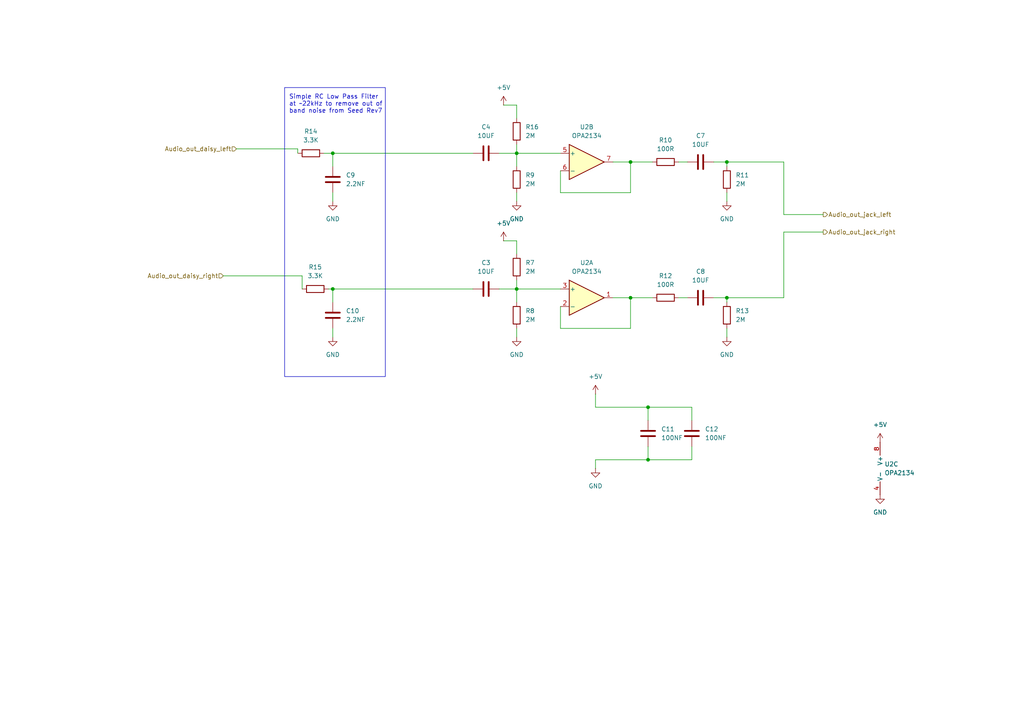
<source format=kicad_sch>
(kicad_sch (version 20250114) (generator "eeschema") (generator_version "9.0")
  (paper "A4")
  (lib_symbols
    (symbol "Amplifier_Operational:OPA2134" (pin_names (offset 0.127))
      (property "Reference" "U" (at 0 5.08 0))
      (property "Value" "OPA2134" (at 0 -5.08 0))
      (symbol "OPA2134_1_1"
        (polyline (pts (xy -5.08 5.08) (xy 5.08 0) (xy -5.08 -5.08) (xy -5.08 5.08)) (stroke (width 0.254)) (fill (type background)))
        (pin input line (at -7.62 2.54 0) (length 2.54) (name "+") (number "3"))
        (pin input line (at -7.62 -2.54 0) (length 2.54) (name "-") (number "2"))
        (pin output line (at 7.62 0 180) (length 2.54) (name "~") (number "1"))
      )
      (symbol "OPA2134_2_1"
        (polyline (pts (xy -5.08 5.08) (xy 5.08 0) (xy -5.08 -5.08) (xy -5.08 5.08)) (stroke (width 0.254)) (fill (type background)))
        (pin input line (at -7.62 2.54 0) (length 2.54) (name "+") (number "5"))
        (pin input line (at -7.62 -2.54 0) (length 2.54) (name "-") (number "6"))
        (pin output line (at 7.62 0 180) (length 2.54) (name "~") (number "7"))
      )
      (symbol "OPA2134_3_1"
        (pin power_in line (at -2.54 7.62 270) (length 3.81) (name "V+") (number "8"))
        (pin power_in line (at -2.54 -7.62 90) (length 3.81) (name "V-") (number "4"))
      )
    )
    (symbol "Device:C" (pin_numbers (hide yes)) (pin_names (offset 0.254))
      (property "Reference" "C" (at 0.635 2.54 0))
      (property "Value" "C" (at 0.635 -2.54 0))
      (symbol "C_0_1"
        (polyline (pts (xy -2.032 0.762) (xy 2.032 0.762)) (stroke (width 0.508)))
        (polyline (pts (xy -2.032 -0.762) (xy 2.032 -0.762)) (stroke (width 0.508)))
      )
      (symbol "C_1_1"
        (pin passive line (at 0 3.81 270) (length 2.794) (name "~") (number "1"))
        (pin passive line (at 0 -3.81 90) (length 2.794) (name "~") (number "2"))
      )
    )
    (symbol "Device:R" (pin_numbers (hide yes)) (pin_names (offset 0))
      (property "Reference" "R" (at 2.032 0 90))
      (property "Value" "R" (at 0 0 90))
      (symbol "R_0_1"
        (rectangle (start -1.016 -2.54) (end 1.016 2.54) (stroke (width 0.254)))
      )
      (symbol "R_1_1"
        (pin passive line (at 0 3.81 270) (length 1.27) (name "~") (number "1"))
        (pin passive line (at 0 -3.81 90) (length 1.27) (name "~") (number "2"))
      )
    )
    (symbol "GND_1" (power) (pin_numbers (hide yes)) (pin_names (offset 0) (hide yes))
      (property "Value" "GND" (at 0 -3.81 0))
      (symbol "GND_1_0_1"
        (polyline (pts (xy 0 0) (xy 0 -1.27) (xy 1.27 -1.27) (xy 0 -2.54) (xy -1.27 -1.27) (xy 0 -1.27)))
      )
      (symbol "GND_1_1_1"
        (pin power_in line (at 0 0 270) (length 0) (name "~") (number "1"))
      )
    )
    (symbol "GND_2" (power) (pin_numbers (hide yes)) (pin_names (offset 0) (hide yes))
      (property "Value" "GND" (at 0 -3.81 0))
      (symbol "GND_2_0_1"
        (polyline (pts (xy 0 0) (xy 0 -1.27) (xy 1.27 -1.27) (xy 0 -2.54) (xy -1.27 -1.27) (xy 0 -1.27)))
      )
      (symbol "GND_2_1_1"
        (pin power_in line (at 0 0 270) (length 0) (name "~") (number "1"))
      )
    )
    (symbol "power:+5V" (power) (pin_numbers (hide yes)) (pin_names (offset 0) (hide yes))
      (property "Value" "+5V" (at 0 3.556 0))
      (symbol "+5V_0_1"
        (polyline (pts (xy -0.762 1.27) (xy 0 2.54)))
        (polyline (pts (xy 0 2.54) (xy 0.762 1.27)))
        (polyline (pts (xy 0 0) (xy 0 2.54)))
      )
      (symbol "+5V_1_1"
        (pin power_in line (at 0 0 90) (length 0) (name "~") (number "1"))
      )
    )
  )
  (rectangle (start 82.55 25.4) (end 111.76 109.22))
  (text "Simple RC Low Pass Filter\nat ~22kHz to remove out of\nband noise from Seed Rev7" (at 83.82 33.02 0) (effects (font (size 1.27 1.27)) (justify left bottom)))
  (junction (at 187.96 133.35))
  (junction (at 182.88 46.99))
  (junction (at 210.82 46.99))
  (junction (at 210.82 86.36))
  (junction (at 182.88 86.36))
  (junction (at 149.86 83.82))
  (junction (at 96.52 44.45))
  (junction (at 149.86 44.45))
  (junction (at 187.96 118.11))
  (junction (at 96.52 83.82))
  (wire (pts (xy 187.96 129.54) (xy 187.96 133.35)))
  (wire (pts (xy 172.72 114.3) (xy 172.72 118.11)))
  (wire (pts (xy 182.88 46.99) (xy 182.88 55.88)))
  (wire (pts (xy 68.58 43.18) (xy 86.36 43.18)))
  (wire (pts (xy 196.85 46.99) (xy 199.39 46.99)))
  (wire (pts (xy 162.56 88.9) (xy 162.56 95.25)))
  (wire (pts (xy 149.86 83.82) (xy 149.86 81.28)))
  (wire (pts (xy 87.63 80.01) (xy 87.63 83.82)))
  (wire (pts (xy 149.86 95.25) (xy 149.86 97.79)))
  (wire (pts (xy 182.88 55.88) (xy 162.56 55.88)))
  (wire (pts (xy 210.82 86.36) (xy 210.82 87.63)))
  (wire (pts (xy 182.88 86.36) (xy 189.23 86.36)))
  (wire (pts (xy 149.86 44.45) (xy 149.86 41.91)))
  (wire (pts (xy 187.96 118.11) (xy 187.96 121.92)))
  (wire (pts (xy 146.05 30.48) (xy 149.86 30.48)))
  (wire (pts (xy 200.66 118.11) (xy 200.66 121.92)))
  (wire (pts (xy 149.86 73.66) (xy 149.86 69.85)))
  (wire (pts (xy 93.98 44.45) (xy 96.52 44.45)))
  (wire (pts (xy 172.72 118.11) (xy 187.96 118.11)))
  (wire (pts (xy 210.82 46.99) (xy 210.82 48.26)))
  (wire (pts (xy 187.96 118.11) (xy 200.66 118.11)))
  (wire (pts (xy 172.72 133.35) (xy 172.72 135.89)))
  (wire (pts (xy 144.78 44.45) (xy 149.86 44.45)))
  (wire (pts (xy 96.52 83.82) (xy 137.16 83.82)))
  (wire (pts (xy 172.72 133.35) (xy 187.96 133.35)))
  (wire (pts (xy 227.33 46.99) (xy 227.33 62.23)))
  (wire (pts (xy 207.01 86.36) (xy 210.82 86.36)))
  (wire (pts (xy 210.82 46.99) (xy 227.33 46.99)))
  (wire (pts (xy 182.88 86.36) (xy 182.88 95.25)))
  (wire (pts (xy 149.86 83.82) (xy 149.86 87.63)))
  (wire (pts (xy 210.82 86.36) (xy 227.33 86.36)))
  (wire (pts (xy 200.66 129.54) (xy 200.66 133.35)))
  (wire (pts (xy 177.8 86.36) (xy 182.88 86.36)))
  (wire (pts (xy 196.85 86.36) (xy 199.39 86.36)))
  (wire (pts (xy 207.01 46.99) (xy 210.82 46.99)))
  (wire (pts (xy 187.96 133.35) (xy 200.66 133.35)))
  (wire (pts (xy 64.77 80.01) (xy 87.63 80.01)))
  (wire (pts (xy 227.33 62.23) (xy 238.76 62.23)))
  (wire (pts (xy 162.56 49.53) (xy 162.56 55.88)))
  (wire (pts (xy 177.8 46.99) (xy 182.88 46.99)))
  (wire (pts (xy 146.05 69.85) (xy 149.86 69.85)))
  (wire (pts (xy 210.82 55.88) (xy 210.82 58.42)))
  (wire (pts (xy 149.86 55.88) (xy 149.86 58.42)))
  (wire (pts (xy 96.52 87.63) (xy 96.52 83.82)))
  (wire (pts (xy 96.52 44.45) (xy 137.16 44.45)))
  (wire (pts (xy 86.36 43.18) (xy 86.36 44.45)))
  (wire (pts (xy 149.86 44.45) (xy 149.86 48.26)))
  (wire (pts (xy 95.25 83.82) (xy 96.52 83.82)))
  (wire (pts (xy 149.86 44.45) (xy 162.56 44.45)))
  (wire (pts (xy 144.78 83.82) (xy 149.86 83.82)))
  (wire (pts (xy 227.33 86.36) (xy 227.33 67.31)))
  (wire (pts (xy 210.82 95.25) (xy 210.82 97.79)))
  (wire (pts (xy 96.52 95.25) (xy 96.52 97.79)))
  (wire (pts (xy 96.52 55.88) (xy 96.52 58.42)))
  (wire (pts (xy 149.86 83.82) (xy 162.56 83.82)))
  (wire (pts (xy 96.52 48.26) (xy 96.52 44.45)))
  (wire (pts (xy 182.88 46.99) (xy 189.23 46.99)))
  (wire (pts (xy 149.86 34.29) (xy 149.86 30.48)))
  (wire (pts (xy 227.33 67.31) (xy 238.76 67.31)))
  (wire (pts (xy 182.88 95.25) (xy 162.56 95.25)))
  (hierarchical_label "Audio_out_jack_right" (shape output) (at 238.76 67.31 0))
  (hierarchical_label "Audio_out_daisy_left" (shape input) (at 68.58 43.18 180))
  (hierarchical_label "Audio_out_daisy_right" (shape input) (at 64.77 80.01 180))
  (hierarchical_label "Audio_out_jack_left" (shape output) (at 238.76 62.23 0))
  (symbol (lib_id "power:+5V") (at 146.05 30.48 0) (unit 1)
    (property "Reference" "#PWR018" (effects (hide yes)))
    (property "Value" "+5V" (at 146.05 25.4 0))
    (property "Description" "Power symbol creates a global label with name \"+5V\"" (effects (hide yes)))
  )
  (symbol (lib_id "Amplifier_Operational:OPA2134") (at 170.18 46.99 0) (unit 2)
    (property "Reference" "U2" (at 170.18 36.83 0))
    (property "Value" "OPA2134" (at 170.18 39.37 0))
    (property "Footprint" "Package_DIP:DIP-8_W7.62mm_LongPads" (effects (hide yes)))
    (property "Datasheet" "http://www.ti.com/lit/ds/symlink/opa134.pdf" (effects (hide yes)))
    (property "Description" "Dual SoundPlus High Performance Audio Operational Amplifiers, DIP-8/SOIC-8" (effects (hide yes)))
  )
  (symbol (lib_id "Device:R") (at 149.86 52.07 0) (unit 1)
    (property "Reference" "R9" (at 152.4 50.7999 0) (effects (justify left)))
    (property "Value" "2M" (at 152.4 53.3399 0) (effects (justify left)))
    (property "Footprint" "Resistor_SMD:R_0805_2012Metric_Pad1.20x1.40mm_HandSolder" (effects (hide yes)))
  )
  (symbol (lib_id "Amplifier_Operational:OPA2134") (at 170.18 86.36 0) (unit 1)
    (property "Reference" "U2" (at 170.18 76.2 0))
    (property "Value" "OPA2134" (at 170.18 78.74 0))
    (property "Footprint" "Package_DIP:DIP-8_W7.62mm_LongPads" (effects (hide yes)))
    (property "Datasheet" "http://www.ti.com/lit/ds/symlink/opa134.pdf" (effects (hide yes)))
    (property "Description" "Dual SoundPlus High Performance Audio Operational Amplifiers, DIP-8/SOIC-8" (effects (hide yes)))
  )
  (symbol (lib_id "Device:R") (at 210.82 91.44 0) (unit 1)
    (property "Reference" "R13" (at 213.36 90.1699 0) (effects (justify left)))
    (property "Value" "2M" (at 213.36 92.7099 0) (effects (justify left)))
    (property "Footprint" "Resistor_SMD:R_0805_2012Metric_Pad1.20x1.40mm_HandSolder" (effects (hide yes)))
  )
  (symbol (lib_id "Device:R") (at 210.82 52.07 0) (unit 1)
    (property "Reference" "R11" (at 213.36 50.7999 0) (effects (justify left)))
    (property "Value" "2M" (at 213.36 53.3399 0) (effects (justify left)))
    (property "Footprint" "Resistor_SMD:R_0805_2012Metric_Pad1.20x1.40mm_HandSolder" (effects (hide yes)))
  )
  (symbol (lib_id "Device:C") (at 203.2 46.99 90) (unit 1)
    (property "Reference" "C7" (at 203.2 39.37 90))
    (property "Value" "10UF" (at 203.2 41.91 90))
    (property "Footprint" "Capacitor_SMD:C_0805_2012Metric_Pad1.18x1.45mm_HandSolder" (effects (hide yes)))
  )
  (symbol (lib_id "power:+5V") (at 146.05 69.85 0) (unit 1)
    (property "Reference" "#PWR017" (effects (hide yes)))
    (property "Value" "+5V" (at 146.05 64.77 0))
    (property "Description" "Power symbol creates a global label with name \"+5V\"" (effects (hide yes)))
  )
  (symbol (lib_name "GND_2") (lib_id "power:GND") (at 149.86 97.79 0) (unit 1)
    (property "Reference" "#PWR011" (effects (hide yes)))
    (property "Value" "GND" (at 149.86 102.87 0))
    (property "Description" "Power symbol creates a global label with name \"GND\" , ground" (effects (hide yes)))
  )
  (symbol (lib_id "Device:C") (at 200.66 125.73 0) (unit 1)
    (property "Reference" "C12" (at 204.47 124.4599 0) (effects (justify left)))
    (property "Value" "100NF" (at 204.47 126.9999 0) (effects (justify left)))
    (property "Footprint" "Capacitor_SMD:C_0805_2012Metric_Pad1.18x1.45mm_HandSolder" (effects (hide yes)))
  )
  (symbol (lib_name "GND_2") (lib_id "power:GND") (at 210.82 97.79 0) (unit 1)
    (property "Reference" "#PWR010" (effects (hide yes)))
    (property "Value" "GND" (at 210.82 102.87 0))
    (property "Description" "Power symbol creates a global label with name \"GND\" , ground" (effects (hide yes)))
  )
  (symbol (lib_id "Device:C") (at 187.96 125.73 0) (unit 1)
    (property "Reference" "C11" (at 191.77 124.4599 0) (effects (justify left)))
    (property "Value" "100NF" (at 191.77 126.9999 0) (effects (justify left)))
    (property "Footprint" "Capacitor_SMD:C_0805_2012Metric_Pad1.18x1.45mm_HandSolder" (effects (hide yes)))
  )
  (symbol (lib_id "power:+5V") (at 255.27 128.27 0) (unit 1)
    (property "Reference" "#PWR08" (effects (hide yes)))
    (property "Value" "+5V" (at 255.27 123.19 0))
    (property "Description" "Power symbol creates a global label with name \"+5V\"" (effects (hide yes)))
  )
  (symbol (lib_id "Device:C") (at 203.2 86.36 90) (unit 1)
    (property "Reference" "C8" (at 203.2 78.74 90))
    (property "Value" "10UF" (at 203.2 81.28 90))
    (property "Footprint" "Capacitor_SMD:C_0805_2012Metric_Pad1.18x1.45mm_HandSolder" (effects (hide yes)))
  )
  (symbol (lib_id "power:+5V") (at 172.72 114.3 0) (unit 1)
    (property "Reference" "#PWR016" (effects (hide yes)))
    (property "Value" "+5V" (at 172.72 109.22 0))
    (property "Description" "Power symbol creates a global label with name \"+5V\"" (effects (hide yes)))
  )
  (symbol (lib_name "GND_1") (lib_id "power:GND") (at 255.27 143.51 0) (unit 1)
    (property "Reference" "#PWR07" (effects (hide yes)))
    (property "Value" "GND" (at 255.27 148.59 0))
    (property "Description" "Power symbol creates a global label with name \"GND\" , ground" (effects (hide yes)))
  )
  (symbol (lib_id "Device:R") (at 90.17 44.45 90) (unit 1)
    (property "Reference" "R14" (at 90.17 38.1 90))
    (property "Value" "3.3K" (at 90.17 40.64 90))
    (property "Footprint" "Resistor_SMD:R_0805_2012Metric" (effects (hide yes)))
  )
  (symbol (lib_id "Device:R") (at 149.86 77.47 0) (unit 1)
    (property "Reference" "R7" (at 152.4 76.1999 0) (effects (justify left)))
    (property "Value" "2M" (at 152.4 78.7399 0) (effects (justify left)))
    (property "Footprint" "Resistor_SMD:R_0805_2012Metric_Pad1.20x1.40mm_HandSolder" (effects (hide yes)))
  )
  (symbol (lib_name "GND_2") (lib_id "power:GND") (at 149.86 58.42 0) (unit 1)
    (property "Reference" "#PWR012" (effects (hide yes)))
    (property "Value" "GND" (at 149.86 63.5 0))
    (property "Description" "Power symbol creates a global label with name \"GND\" , ground" (effects (hide yes)))
  )
  (symbol (lib_id "Device:R") (at 149.86 91.44 0) (unit 1)
    (property "Reference" "R8" (at 152.4 90.1699 0) (effects (justify left)))
    (property "Value" "2M" (at 152.4 92.7099 0) (effects (justify left)))
    (property "Footprint" "Resistor_SMD:R_0805_2012Metric_Pad1.20x1.40mm_HandSolder" (effects (hide yes)))
  )
  (symbol (lib_name "GND_2") (lib_id "power:GND") (at 96.52 58.42 0) (unit 1)
    (property "Reference" "#PWR013" (effects (hide yes)))
    (property "Value" "GND" (at 96.52 63.5 0))
    (property "Description" "Power symbol creates a global label with name \"GND\" , ground" (effects (hide yes)))
  )
  (symbol (lib_id "Device:C") (at 140.97 44.45 90) (unit 1)
    (property "Reference" "C4" (at 140.97 36.83 90))
    (property "Value" "10UF" (at 140.97 39.37 90))
    (property "Footprint" "Capacitor_SMD:C_0805_2012Metric_Pad1.18x1.45mm_HandSolder" (effects (hide yes)))
  )
  (symbol (lib_id "Device:C") (at 140.97 83.82 90) (unit 1)
    (property "Reference" "C3" (at 140.97 76.2 90))
    (property "Value" "10UF" (at 140.97 78.74 90))
    (property "Footprint" "Capacitor_SMD:C_0805_2012Metric_Pad1.18x1.45mm_HandSolder" (effects (hide yes)))
  )
  (symbol (lib_id "Amplifier_Operational:OPA2134") (at 257.81 135.89 0) (unit 3)
    (property "Reference" "U2" (at 256.54 134.6199 0) (effects (justify left)))
    (property "Value" "OPA2134" (at 256.54 137.1599 0) (effects (justify left)))
    (property "Footprint" "Package_DIP:DIP-8_W7.62mm_LongPads" (effects (hide yes)))
    (property "Datasheet" "http://www.ti.com/lit/ds/symlink/opa134.pdf" (effects (hide yes)))
    (property "Description" "Dual SoundPlus High Performance Audio Operational Amplifiers, DIP-8/SOIC-8" (effects (hide yes)))
  )
  (symbol (lib_id "Device:R") (at 193.04 86.36 90) (unit 1)
    (property "Reference" "R12" (at 193.04 80.01 90))
    (property "Value" "100R" (at 193.04 82.55 90))
    (property "Footprint" "Resistor_SMD:R_0805_2012Metric_Pad1.20x1.40mm_HandSolder" (effects (hide yes)))
  )
  (symbol (lib_name "GND_2") (lib_id "power:GND") (at 210.82 58.42 0) (unit 1)
    (property "Reference" "#PWR09" (effects (hide yes)))
    (property "Value" "GND" (at 210.82 63.5 0))
    (property "Description" "Power symbol creates a global label with name \"GND\" , ground" (effects (hide yes)))
  )
  (symbol (lib_id "Device:R") (at 91.44 83.82 90) (unit 1)
    (property "Reference" "R15" (at 91.44 77.47 90))
    (property "Value" "3.3K" (at 91.44 80.01 90))
    (property "Footprint" "Resistor_SMD:R_0805_2012Metric" (effects (hide yes)))
  )
  (symbol (lib_id "Device:C") (at 96.52 52.07 0) (unit 1)
    (property "Reference" "C9" (at 100.33 50.8 0) (effects (justify left)))
    (property "Value" "2.2NF" (at 100.33 53.34 0) (effects (justify left)))
    (property "Footprint" "Capacitor_SMD:C_0805_2012Metric" (effects (hide yes)))
  )
  (symbol (lib_name "GND_2") (lib_id "power:GND") (at 96.52 97.79 0) (unit 1)
    (property "Reference" "#PWR014" (effects (hide yes)))
    (property "Value" "GND" (at 96.52 102.87 0))
    (property "Description" "Power symbol creates a global label with name \"GND\" , ground" (effects (hide yes)))
  )
  (symbol (lib_id "Device:C") (at 96.52 91.44 0) (unit 1)
    (property "Reference" "C10" (at 100.33 90.17 0) (effects (justify left)))
    (property "Value" "2.2NF" (at 100.33 92.71 0) (effects (justify left)))
    (property "Footprint" "Capacitor_SMD:C_0805_2012Metric" (effects (hide yes)))
  )
  (symbol (lib_id "Device:R") (at 193.04 46.99 90) (unit 1)
    (property "Reference" "R10" (at 193.04 40.64 90))
    (property "Value" "100R" (at 193.04 43.18 90))
    (property "Footprint" "Resistor_SMD:R_0805_2012Metric_Pad1.20x1.40mm_HandSolder" (effects (hide yes)))
  )
  (symbol (lib_id "Device:R") (at 149.86 38.1 0) (unit 1)
    (property "Reference" "R16" (at 152.4 36.8299 0) (effects (justify left)))
    (property "Value" "2M" (at 152.4 39.3699 0) (effects (justify left)))
    (property "Footprint" "Resistor_SMD:R_0805_2012Metric_Pad1.20x1.40mm_HandSolder" (effects (hide yes)))
  )
  (symbol (lib_name "GND_2") (lib_id "power:GND") (at 172.72 135.89 0) (unit 1)
    (property "Reference" "#PWR015" (effects (hide yes)))
    (property "Value" "GND" (at 172.72 140.97 0))
    (property "Description" "Power symbol creates a global label with name \"GND\" , ground" (effects (hide yes)))
  )
)
</source>
